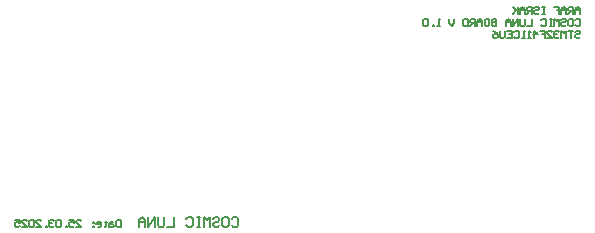
<source format=gbr>
%TF.GenerationSoftware,Altium Limited,Altium Designer,19.0.15 (446)*%
G04 Layer_Color=32896*
%FSLAX45Y45*%
%MOMM*%
%TF.FileFunction,Legend,Bot*%
%TF.Part,Single*%
G01*
G75*
%TA.AperFunction,NonConductor*%
%ADD43C,0.13000*%
D43*
X12291084Y6391245D02*
X12304413Y6404574D01*
X12331071D01*
X12344400Y6391245D01*
Y6337929D01*
X12331071Y6324600D01*
X12304413D01*
X12291084Y6337929D01*
X12224439Y6404574D02*
X12251097D01*
X12264426Y6391245D01*
Y6337929D01*
X12251097Y6324600D01*
X12224439D01*
X12211110Y6337929D01*
Y6391245D01*
X12224439Y6404574D01*
X12131136Y6391245D02*
X12144464Y6404574D01*
X12171122D01*
X12184452Y6391245D01*
Y6377916D01*
X12171122Y6364587D01*
X12144464D01*
X12131136Y6351258D01*
Y6337929D01*
X12144464Y6324600D01*
X12171122D01*
X12184452Y6337929D01*
X12104477Y6324600D02*
Y6404574D01*
X12077819Y6377916D01*
X12051161Y6404574D01*
Y6324600D01*
X12024503Y6404574D02*
X11997845D01*
X12011174D01*
Y6324600D01*
X12024503D01*
X11997845D01*
X11904542Y6391245D02*
X11917871Y6404574D01*
X11944529D01*
X11957858Y6391245D01*
Y6337929D01*
X11944529Y6324600D01*
X11917871D01*
X11904542Y6337929D01*
X11797910Y6404574D02*
Y6324600D01*
X11744593D01*
X11717935Y6404574D02*
Y6337929D01*
X11704606Y6324600D01*
X11677948D01*
X11664619Y6337929D01*
Y6404574D01*
X11637961Y6324600D02*
Y6404574D01*
X11584645Y6324600D01*
Y6404574D01*
X11557987Y6324600D02*
Y6377916D01*
X11531329Y6404574D01*
X11504671Y6377916D01*
Y6324600D01*
Y6364587D01*
X11557987D01*
X11353800Y6384581D02*
Y6324600D01*
X11323810D01*
X11313813Y6334597D01*
Y6374584D01*
X11323810Y6384581D01*
X11353800D01*
X11283823Y6364587D02*
X11263829D01*
X11253832Y6354590D01*
Y6324600D01*
X11283823D01*
X11293819Y6334597D01*
X11283823Y6344594D01*
X11253832D01*
X11223842Y6374584D02*
Y6364587D01*
X11233839D01*
X11213845D01*
X11223842D01*
Y6334597D01*
X11213845Y6324600D01*
X11153865D02*
X11173859D01*
X11183855Y6334597D01*
Y6354590D01*
X11173859Y6364587D01*
X11153865D01*
X11143868Y6354590D01*
Y6344594D01*
X11183855D01*
X11123875Y6364587D02*
X11113878D01*
Y6354590D01*
X11123875D01*
Y6364587D01*
Y6334597D02*
X11113878D01*
Y6324600D01*
X11123875D01*
Y6334597D01*
X10973923Y6324600D02*
X11013910D01*
X10973923Y6364587D01*
Y6374584D01*
X10983920Y6384581D01*
X11003914D01*
X11013910Y6374584D01*
X10913943Y6384581D02*
X10953930D01*
Y6354590D01*
X10933936Y6364587D01*
X10923940D01*
X10913943Y6354590D01*
Y6334597D01*
X10923940Y6324600D01*
X10943933D01*
X10953930Y6334597D01*
X10893949Y6324600D02*
Y6334597D01*
X10883953D01*
Y6324600D01*
X10893949D01*
X10843966Y6374584D02*
X10833969Y6384581D01*
X10813975D01*
X10803979Y6374584D01*
Y6334597D01*
X10813975Y6324600D01*
X10833969D01*
X10843966Y6334597D01*
Y6374584D01*
X10783985D02*
X10773988Y6384581D01*
X10753995D01*
X10743998Y6374584D01*
Y6364587D01*
X10753995Y6354590D01*
X10763991D01*
X10753995D01*
X10743998Y6344594D01*
Y6334597D01*
X10753995Y6324600D01*
X10773988D01*
X10783985Y6334597D01*
X10724004Y6324600D02*
Y6334597D01*
X10714008D01*
Y6324600D01*
X10724004D01*
X10634034D02*
X10674021D01*
X10634034Y6364587D01*
Y6374584D01*
X10644031Y6384581D01*
X10664024D01*
X10674021Y6374584D01*
X10614040D02*
X10604044Y6384581D01*
X10584050D01*
X10574053Y6374584D01*
Y6334597D01*
X10584050Y6324600D01*
X10604044D01*
X10614040Y6334597D01*
Y6374584D01*
X10514073Y6324600D02*
X10554060D01*
X10514073Y6364587D01*
Y6374584D01*
X10524069Y6384581D01*
X10544063D01*
X10554060Y6374584D01*
X10454092Y6384581D02*
X10494079D01*
Y6354590D01*
X10474085Y6364587D01*
X10464089D01*
X10454092Y6354590D01*
Y6334597D01*
X10464089Y6324600D01*
X10484082D01*
X10494079Y6334597D01*
X15200014Y7974784D02*
X15210010Y7984781D01*
X15230003D01*
X15239999Y7974784D01*
Y7964787D01*
X15230003Y7954790D01*
X15210010D01*
X15200014Y7944794D01*
Y7934797D01*
X15210010Y7924800D01*
X15230003D01*
X15239999Y7934797D01*
X15180019Y7984781D02*
X15140031D01*
X15160027D01*
Y7924800D01*
X15120039D02*
Y7984781D01*
X15100044Y7964787D01*
X15080052Y7984781D01*
Y7924800D01*
X15060059Y7974784D02*
X15050063Y7984781D01*
X15030067D01*
X15020071Y7974784D01*
Y7964787D01*
X15030067Y7954790D01*
X15040065D01*
X15030067D01*
X15020071Y7944794D01*
Y7934797D01*
X15030067Y7924800D01*
X15050063D01*
X15060059Y7934797D01*
X14960091Y7924800D02*
X15000078D01*
X14960091Y7964787D01*
Y7974784D01*
X14970087Y7984781D01*
X14990080D01*
X15000078Y7974784D01*
X14900110Y7984781D02*
X14940097D01*
Y7954790D01*
X14920103D01*
X14940097D01*
Y7924800D01*
X14850127D02*
Y7984781D01*
X14880116Y7954790D01*
X14840131D01*
X14820135Y7924800D02*
X14800142D01*
X14810139D01*
Y7984781D01*
X14820135Y7974784D01*
X14770152Y7924800D02*
X14750159D01*
X14760156D01*
Y7984781D01*
X14770152Y7974784D01*
X14680182D02*
X14690178Y7984781D01*
X14710172D01*
X14720169Y7974784D01*
Y7934797D01*
X14710172Y7924800D01*
X14690178D01*
X14680182Y7934797D01*
X14620201Y7984781D02*
X14660188D01*
Y7924800D01*
X14620201D01*
X14660188Y7954790D02*
X14640195D01*
X14600208Y7984781D02*
Y7934797D01*
X14590211Y7924800D01*
X14570216D01*
X14560220Y7934797D01*
Y7984781D01*
X14500240D02*
X14520233Y7974784D01*
X14540227Y7954790D01*
Y7934797D01*
X14530231Y7924800D01*
X14510237D01*
X14500240Y7934797D01*
Y7944794D01*
X14510237Y7954790D01*
X14540227D01*
X15200014Y8076384D02*
X15210010Y8086381D01*
X15230003D01*
X15239999Y8076384D01*
Y8036397D01*
X15230003Y8026400D01*
X15210010D01*
X15200014Y8036397D01*
X15150029Y8086381D02*
X15170023D01*
X15180019Y8076384D01*
Y8036397D01*
X15170023Y8026400D01*
X15150029D01*
X15140031Y8036397D01*
Y8076384D01*
X15150029Y8086381D01*
X15080052Y8076384D02*
X15090050Y8086381D01*
X15110042D01*
X15120039Y8076384D01*
Y8066387D01*
X15110042Y8056390D01*
X15090050D01*
X15080052Y8046394D01*
Y8036397D01*
X15090050Y8026400D01*
X15110042D01*
X15120039Y8036397D01*
X15060059Y8026400D02*
Y8086381D01*
X15040065Y8066387D01*
X15020071Y8086381D01*
Y8026400D01*
X15000078Y8086381D02*
X14980084D01*
X14990080D01*
Y8026400D01*
X15000078D01*
X14980084D01*
X14910107Y8076384D02*
X14920103Y8086381D01*
X14940097D01*
X14950095Y8076384D01*
Y8036397D01*
X14940097Y8026400D01*
X14920103D01*
X14910107Y8036397D01*
X14830133Y8086381D02*
Y8026400D01*
X14790146D01*
X14770152Y8086381D02*
Y8036397D01*
X14760156Y8026400D01*
X14740163D01*
X14730165Y8036397D01*
Y8086381D01*
X14710172Y8026400D02*
Y8086381D01*
X14670184Y8026400D01*
Y8086381D01*
X14650191Y8026400D02*
Y8066387D01*
X14630199Y8086381D01*
X14610204Y8066387D01*
Y8026400D01*
Y8056390D01*
X14650191D01*
X14530231Y8086381D02*
Y8026400D01*
X14500240D01*
X14490244Y8036397D01*
Y8046394D01*
X14500240Y8056390D01*
X14530231D01*
X14500240D01*
X14490244Y8066387D01*
Y8076384D01*
X14500240Y8086381D01*
X14530231D01*
X14440259D02*
X14460252D01*
X14470248Y8076384D01*
Y8036397D01*
X14460252Y8026400D01*
X14440259D01*
X14430263Y8036397D01*
Y8076384D01*
X14440259Y8086381D01*
X14410269Y8026400D02*
Y8066387D01*
X14390276Y8086381D01*
X14370282Y8066387D01*
Y8026400D01*
Y8056390D01*
X14410269D01*
X14350288Y8026400D02*
Y8086381D01*
X14320297D01*
X14310301Y8076384D01*
Y8056390D01*
X14320297Y8046394D01*
X14350288D01*
X14330295D02*
X14310301Y8026400D01*
X14290308Y8086381D02*
Y8026400D01*
X14260316D01*
X14250320Y8036397D01*
Y8076384D01*
X14260316Y8086381D01*
X14290308D01*
X14170348D02*
Y8046394D01*
X14150352Y8026400D01*
X14130360Y8046394D01*
Y8086381D01*
X14050385Y8026400D02*
X14030392D01*
X14040388D01*
Y8086381D01*
X14050385Y8076384D01*
X14000401Y8026400D02*
Y8036397D01*
X13990405D01*
Y8026400D01*
X14000401D01*
X13950418Y8076384D02*
X13940421Y8086381D01*
X13920428D01*
X13910431Y8076384D01*
Y8036397D01*
X13920428Y8026400D01*
X13940421D01*
X13950418Y8036397D01*
Y8076384D01*
X15239999Y8128000D02*
Y8167987D01*
X15220006Y8187981D01*
X15200014Y8167987D01*
Y8128000D01*
Y8157990D01*
X15239999D01*
X15180019Y8128000D02*
Y8187981D01*
X15150029D01*
X15140031Y8177984D01*
Y8157990D01*
X15150029Y8147994D01*
X15180019D01*
X15160027D02*
X15140031Y8128000D01*
X15120039D02*
Y8167987D01*
X15100044Y8187981D01*
X15080052Y8167987D01*
Y8128000D01*
Y8157990D01*
X15120039D01*
X15020071Y8187981D02*
X15060059D01*
Y8157990D01*
X15040065D01*
X15060059D01*
Y8128000D01*
X14940097Y8187981D02*
X14920103D01*
X14930099D01*
Y8128000D01*
X14940097D01*
X14920103D01*
X14850127Y8177984D02*
X14860123Y8187981D01*
X14880116D01*
X14890112Y8177984D01*
Y8167987D01*
X14880116Y8157990D01*
X14860123D01*
X14850127Y8147994D01*
Y8137997D01*
X14860123Y8128000D01*
X14880116D01*
X14890112Y8137997D01*
X14830133Y8128000D02*
Y8187981D01*
X14800143D01*
X14790146Y8177984D01*
Y8157990D01*
X14800143Y8147994D01*
X14830133D01*
X14810139D02*
X14790146Y8128000D01*
X14770152D02*
Y8167987D01*
X14750159Y8187981D01*
X14730165Y8167987D01*
Y8128000D01*
Y8157990D01*
X14770152D01*
X14710172Y8187981D02*
Y8128000D01*
Y8147994D01*
X14670184Y8187981D01*
X14700175Y8157990D01*
X14670184Y8128000D01*
%TF.MD5,a4a22c6a04db8e030ba31d84f8376685*%
M02*

</source>
